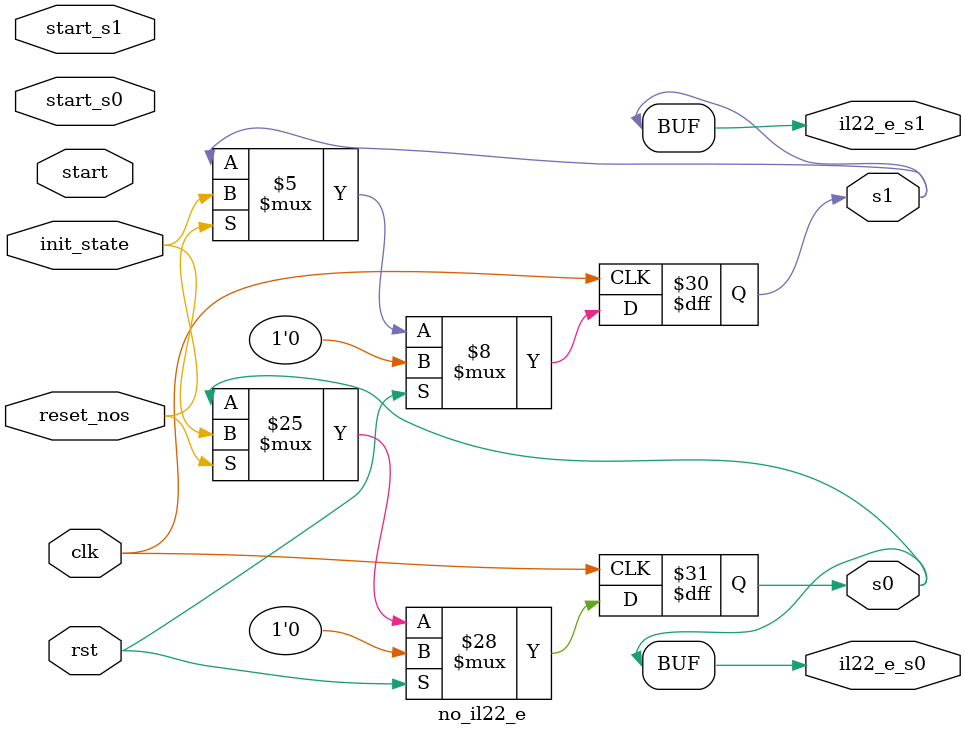
<source format=v>

module no_il22_e
(
  input clk,
  input start,
  input rst,
  input reset_nos,
  input start_s0,
  input start_s1,
  input init_state,
  output reg [1-1:0] s0,
  output reg [1-1:0] s1,
  output [1-1:0] il22_e_s0,
  output [1-1:0] il22_e_s1
);

  reg pass;

  always @(posedge clk) begin
    if(rst) begin
      s0 <= 1'd0;
      pass <= 1'b0;
    end else begin
      if(reset_nos) begin
        s0 <= init_state;
        pass <= 1;
      end else begin
        if(start_s0) begin
          if(pass) begin
            s0 <=  s0 ;
            pass <= 0;
          end else begin
            pass <= 1;
          end
        end 
      end
    end
  end


  always @(posedge clk) begin
    if(rst) begin
      s1 <= 1'd0;
    end else begin
      if(reset_nos) begin
        s1 <= init_state;
      end else begin
        if(start_s1) begin
          s1 <=  s1 ;
        end 
      end
    end
  end

  assign il22_e_s0 = s0;
  assign il22_e_s1 = s1;

endmodule

</source>
